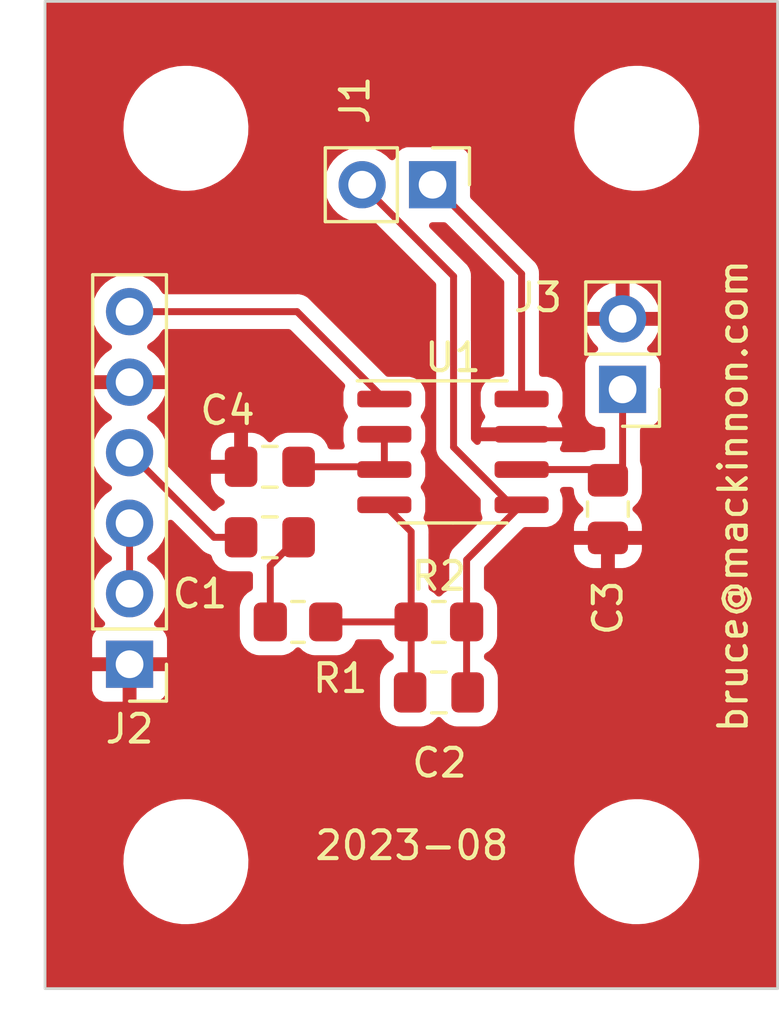
<source format=kicad_pcb>
(kicad_pcb (version 20221018) (generator pcbnew)
  (layers (0 "F.Cu" signal) (31 "B.Cu" signal) (34 "B.Paste" user) (35 "F.Paste" user) (36 "B.SilkS" user "B.Silkscreen") (37 "F.SilkS" user "F.Silkscreen") (38 "B.Mask" user) (39 "F.Mask" user) (44 "Edge.Cuts" user))
  (net 0 "")
  (net 1 "Net-(J2-Pin_4)")
  (net 2 "Net-(C1-Pad2)")
  (net 3 "Net-(J1-Pin_2)")
  (net 4 "Net-(U1--IN)")
  (net 5 "GND")
  (net 6 "Net-(U1-+IN)")
  (net 7 "Net-(J1-Pin_1)")
  (net 8 "Net-(J2-Pin_2)")
  (net 9 "Net-(J2-Pin_6)")
  (net 10 "VDD")
  (footprint "Resistor_SMD:R_0805_2012Metric_Pad1.20x1.40mm_HandSolder" (layer "F.Cu") (at 138.6625 103.124)
    (fp_text reference "R1" (at 1.524 2.032) (layer "F.SilkS"))
    (fp_text value "R")
    (fp_line (start -0.227064 -0.735) (end 0.227064 -0.735) (stroke (width 0.12)) (layer "F.SilkS"))
    (fp_line (start -0.227064 0.735) (end 0.227064 0.735) (stroke (width 0.12)) (layer "F.SilkS"))
    (pad "1" smd roundrect (at -1 0) (size 1.2 1.4) (layers "F.Cu" "F.Paste" "F.Mask") (roundrect_rratio 0.208333) (net 2 "Net-(C1-Pad2)"))
    (pad "2" smd roundrect (at 1 0) (size 1.2 1.4) (layers "F.Cu" "F.Paste" "F.Mask") (roundrect_rratio 0.208333) (net 4 "Net-(U1--IN)"))
  )
  (footprint "Connector_PinHeader_2.54mm:PinHeader_1x02_P2.54mm_Vertical" (layer "F.Cu") (at 143.515 87.376 -90)
    (fp_text reference "J1" (at -3.048 2.799 90) (layer "F.SilkS"))
    (fp_text value "Conn_01x02")
    (fp_line (start -1.33 -1.33) (end 0 -1.33) (stroke (width 0.12)) (layer "F.SilkS"))
    (fp_line (start -1.33 0) (end -1.33 -1.33) (stroke (width 0.12)) (layer "F.SilkS"))
    (fp_line (start -1.33 1.27) (end -1.33 3.87) (stroke (width 0.12)) (layer "F.SilkS"))
    (fp_line (start -1.33 1.27) (end 1.33 1.27) (stroke (width 0.12)) (layer "F.SilkS"))
    (fp_line (start -1.33 3.87) (end 1.33 3.87) (stroke (width 0.12)) (layer "F.SilkS"))
    (fp_line (start 1.33 1.27) (end 1.33 3.87) (stroke (width 0.12)) (layer "F.SilkS"))
    (pad "1" thru_hole rect (at 0 0 270) (size 1.7 1.7) (drill 1) (layers "*.Cu" "*.Mask") (net 7 "Net-(J1-Pin_1)"))
    (pad "2" thru_hole oval (at 0 2.54 270) (size 1.7 1.7) (drill 1) (layers "*.Cu" "*.Mask") (net 3 "Net-(J1-Pin_2)"))
  )
  (footprint "Capacitor_SMD:C_0805_2012Metric_Pad1.18x1.45mm_HandSolder" (layer "F.Cu") (at 137.6465 97.536 180)
    (fp_text reference "C4" (at 1.524 2.032) (layer "F.SilkS"))
    (fp_text value "C")
    (fp_line (start -0.261252 -0.735) (end 0.261252 -0.735) (stroke (width 0.12)) (layer "F.SilkS"))
    (fp_line (start -0.261252 0.735) (end 0.261252 0.735) (stroke (width 0.12)) (layer "F.SilkS"))
    (pad "1" smd roundrect (at -1.0375 0 180) (size 1.175 1.45) (layers "F.Cu" "F.Paste" "F.Mask") (roundrect_rratio 0.212766) (net 6 "Net-(U1-+IN)"))
    (pad "2" smd roundrect (at 1.0375 0 180) (size 1.175 1.45) (layers "F.Cu" "F.Paste" "F.Mask") (roundrect_rratio 0.212766) (net 5 "GND"))
  )
  (footprint "MountingHole:MountingHole_4mm" (layer "F.Cu") (at 134.62 85.344)
    (fp_text reference "H1" hide)
    (fp_text value "MountingHole")
    (pad "" np_thru_hole circle (at 0 0) (size 4 4) (drill 4) (layers "*.Cu" "*.Mask"))
  )
  (footprint "Resistor_SMD:R_0805_2012Metric_Pad1.20x1.40mm_HandSolder" (layer "F.Cu") (at 143.7425 103.124)
    (fp_text reference "R2" (at 0 -1.65) (layer "F.SilkS"))
    (fp_text value "R")
    (fp_line (start -0.227064 -0.735) (end 0.227064 -0.735) (stroke (width 0.12)) (layer "F.SilkS"))
    (fp_line (start -0.227064 0.735) (end 0.227064 0.735) (stroke (width 0.12)) (layer "F.SilkS"))
    (pad "1" smd roundrect (at -1 0) (size 1.2 1.4) (layers "F.Cu" "F.Paste" "F.Mask") (roundrect_rratio 0.208333) (net 4 "Net-(U1--IN)"))
    (pad "2" smd roundrect (at 1 0) (size 1.2 1.4) (layers "F.Cu" "F.Paste" "F.Mask") (roundrect_rratio 0.208333) (net 3 "Net-(J1-Pin_2)"))
  )
  (footprint "MountingHole:MountingHole_4mm" (layer "F.Cu") (at 134.62 111.76)
    (fp_text reference "H2" hide)
    (fp_text value "MountingHole")
    (pad "" np_thru_hole circle (at 0 0) (size 4 4) (drill 4) (layers "*.Cu" "*.Mask"))
  )
  (footprint "Connector_PinHeader_2.54mm:PinHeader_1x06_P2.54mm_Vertical" (layer "F.Cu") (at 132.588 104.648 180)
    (fp_text reference "J2" (at 0 -2.33) (layer "F.SilkS"))
    (fp_text value "Conn_01x06")
    (fp_line (start -1.33 -1.33) (end 0 -1.33) (stroke (width 0.12)) (layer "F.SilkS"))
    (fp_line (start -1.33 0) (end -1.33 -1.33) (stroke (width 0.12)) (layer "F.SilkS"))
    (fp_line (start -1.33 1.27) (end -1.33 14.03) (stroke (width 0.12)) (layer "F.SilkS"))
    (fp_line (start -1.33 1.27) (end 1.33 1.27) (stroke (width 0.12)) (layer "F.SilkS"))
    (fp_line (start -1.33 14.03) (end 1.33 14.03) (stroke (width 0.12)) (layer "F.SilkS"))
    (fp_line (start 1.33 1.27) (end 1.33 14.03) (stroke (width 0.12)) (layer "F.SilkS"))
    (pad "1" thru_hole rect (at 0 0 180) (size 1.7 1.7) (drill 1) (layers "*.Cu" "*.Mask") (net 5 "GND"))
    (pad "2" thru_hole oval (at 0 2.54 180) (size 1.7 1.7) (drill 1) (layers "*.Cu" "*.Mask") (net 8 "Net-(J2-Pin_2)"))
    (pad "3" thru_hole oval (at 0 5.08 180) (size 1.7 1.7) (drill 1) (layers "*.Cu" "*.Mask") (net 8 "Net-(J2-Pin_2)"))
    (pad "4" thru_hole oval (at 0 7.62 180) (size 1.7 1.7) (drill 1) (layers "*.Cu" "*.Mask") (net 1 "Net-(J2-Pin_4)"))
    (pad "5" thru_hole oval (at 0 10.16 180) (size 1.7 1.7) (drill 1) (layers "*.Cu" "*.Mask") (net 5 "GND"))
    (pad "6" thru_hole oval (at 0 12.7 180) (size 1.7 1.7) (drill 1) (layers "*.Cu" "*.Mask") (net 9 "Net-(J2-Pin_6)"))
  )
  (footprint "Capacitor_SMD:C_0805_2012Metric_Pad1.18x1.45mm_HandSolder" (layer "F.Cu") (at 143.7425 105.664 180)
    (fp_text reference "C2" (at -0.0215 -2.54) (layer "F.SilkS"))
    (fp_text value "C")
    (fp_line (start -0.261252 -0.735) (end 0.261252 -0.735) (stroke (width 0.12)) (layer "F.SilkS"))
    (fp_line (start -0.261252 0.735) (end 0.261252 0.735) (stroke (width 0.12)) (layer "F.SilkS"))
    (pad "1" smd roundrect (at -1.0375 0 180) (size 1.175 1.45) (layers "F.Cu" "F.Paste" "F.Mask") (roundrect_rratio 0.212766) (net 3 "Net-(J1-Pin_2)"))
    (pad "2" smd roundrect (at 1.0375 0 180) (size 1.175 1.45) (layers "F.Cu" "F.Paste" "F.Mask") (roundrect_rratio 0.212766) (net 4 "Net-(U1--IN)"))
  )
  (footprint "Capacitor_SMD:C_0805_2012Metric_Pad1.18x1.45mm_HandSolder" (layer "F.Cu") (at 137.6465 100.076)
    (fp_text reference "C1" (at -2.5185 2.032) (layer "F.SilkS"))
    (fp_text value "C")
    (fp_line (start -0.261252 -0.735) (end 0.261252 -0.735) (stroke (width 0.12)) (layer "F.SilkS"))
    (fp_line (start -0.261252 0.735) (end 0.261252 0.735) (stroke (width 0.12)) (layer "F.SilkS"))
    (pad "1" smd roundrect (at -1.0375 0) (size 1.175 1.45) (layers "F.Cu" "F.Paste" "F.Mask") (roundrect_rratio 0.212766) (net 1 "Net-(J2-Pin_4)"))
    (pad "2" smd roundrect (at 1.0375 0) (size 1.175 1.45) (layers "F.Cu" "F.Paste" "F.Mask") (roundrect_rratio 0.212766) (net 2 "Net-(C1-Pad2)"))
  )
  (footprint "MountingHole:MountingHole_4mm" (layer "F.Cu") (at 150.876 85.344)
    (fp_text reference "H3" hide)
    (fp_text value "MountingHole")
    (pad "" np_thru_hole circle (at 0 0) (size 4 4) (drill 4) (layers "*.Cu" "*.Mask"))
  )
  (footprint "MountingHole:MountingHole_4mm" (layer "F.Cu") (at 150.876 111.76)
    (fp_text reference "H4" hide)
    (fp_text value "MountingHole")
    (pad "" np_thru_hole circle (at 0 0) (size 4 4) (drill 4) (layers "*.Cu" "*.Mask"))
  )
  (footprint "Connector_PinHeader_2.54mm:PinHeader_1x02_P2.54mm_Vertical" (layer "F.Cu") (at 150.368 94.747 180)
    (fp_text reference "J3" (at 3.048 3.307) (layer "F.SilkS"))
    (fp_text value "Conn_01x02")
    (fp_line (start -1.33 -1.33) (end 0 -1.33) (stroke (width 0.12)) (layer "F.SilkS"))
    (fp_line (start -1.33 0) (end -1.33 -1.33) (stroke (width 0.12)) (layer "F.SilkS"))
    (fp_line (start -1.33 1.27) (end -1.33 3.87) (stroke (width 0.12)) (layer "F.SilkS"))
    (fp_line (start -1.33 1.27) (end 1.33 1.27) (stroke (width 0.12)) (layer "F.SilkS"))
    (fp_line (start -1.33 3.87) (end 1.33 3.87) (stroke (width 0.12)) (layer "F.SilkS"))
    (fp_line (start 1.33 1.27) (end 1.33 3.87) (stroke (width 0.12)) (layer "F.SilkS"))
    (pad "1" thru_hole rect (at 0 0 180) (size 1.7 1.7) (drill 1) (layers "*.Cu" "*.Mask") (net 10 "VDD"))
    (pad "2" thru_hole oval (at 0 2.54 180) (size 1.7 1.7) (drill 1) (layers "*.Cu" "*.Mask") (net 5 "GND"))
  )
  (footprint "Capacitor_SMD:C_0805_2012Metric_Pad1.18x1.45mm_HandSolder" (layer "F.Cu") (at 149.8385 99.06 -90)
    (fp_text reference "C3" (at 3.556 0 90) (layer "F.SilkS"))
    (fp_text value "C")
    (fp_line (start -0.261252 -0.735) (end 0.261252 -0.735) (stroke (width 0.12)) (layer "F.SilkS"))
    (fp_line (start -0.261252 0.735) (end 0.261252 0.735) (stroke (width 0.12)) (layer "F.SilkS"))
    (pad "1" smd roundrect (at -1.0375 0 270) (size 1.175 1.45) (layers "F.Cu" "F.Paste" "F.Mask") (roundrect_rratio 0.212766) (net 10 "VDD"))
    (pad "2" smd roundrect (at 1.0375 0 270) (size 1.175 1.45) (layers "F.Cu" "F.Paste" "F.Mask") (roundrect_rratio 0.212766) (net 5 "GND"))
  )
  (footprint "Package_SO:SOIC-8_3.9x4.9mm_P1.27mm" (layer "F.Cu") (at 144.2505 97)
    (fp_text reference "U1" (at 0 -3.4) (layer "F.SilkS"))
    (fp_text value "~")
    (fp_line (start 0 -2.56) (end -3.45 -2.56) (stroke (width 0.12)) (layer "F.SilkS"))
    (fp_line (start 0 -2.56) (end 1.95 -2.56) (stroke (width 0.12)) (layer "F.SilkS"))
    (fp_line (start 0 2.56) (end -1.95 2.56) (stroke (width 0.12)) (layer "F.SilkS"))
    (fp_line (start 0 2.56) (end 1.95 2.56) (stroke (width 0.12)) (layer "F.SilkS"))
    (pad "1" smd roundrect (at -2.475 -1.905) (size 1.95 0.6) (layers "F.Cu" "F.Paste" "F.Mask") (net 9 "Net-(J2-Pin_6)"))
    (pad "2" smd roundrect (at -2.475 -0.635) (size 1.95 0.6) (layers "F.Cu" "F.Paste" "F.Mask") (net 6 "Net-(U1-+IN)"))
    (pad "3" smd roundrect (at -2.475 0.635) (size 1.95 0.6) (layers "F.Cu" "F.Paste" "F.Mask") (net 6 "Net-(U1-+IN)"))
    (pad "4" smd roundrect (at -2.475 1.905) (size 1.95 0.6) (layers "F.Cu" "F.Paste" "F.Mask") (net 4 "Net-(U1--IN)"))
    (pad "5" smd roundrect (at 2.475 1.905) (size 1.95 0.6) (layers "F.Cu" "F.Paste" "F.Mask") (net 3 "Net-(J1-Pin_2)"))
    (pad "6" smd roundrect (at 2.475 0.635) (size 1.95 0.6) (layers "F.Cu" "F.Paste" "F.Mask") (net 10 "VDD"))
    (pad "7" smd roundrect (at 2.475 -0.635) (size 1.95 0.6) (layers "F.Cu" "F.Paste" "F.Mask") (net 5 "GND"))
    (pad "8" smd roundrect (at 2.475 -1.905) (size 1.95 0.6) (layers "F.Cu" "F.Paste" "F.Mask") (net 7 "Net-(J1-Pin_1)"))
  )
  (gr_rect (start 129.54 80.772) (end 155.956 116.332) (stroke (width 0.1)) (fill none) (layer "Edge.Cuts"))
  (gr_text "bruce@mackinnon.com" (at 154.94 107.188 90) (layer "F.SilkS") (effects (font (size 1 1)) (justify left bottom)))
  (gr_text "2023-08" (at 139.192 111.76) (layer "F.SilkS") (effects (font (size 1 1)) (justify left bottom)))
  (segment (start 132.588 97.028) (end 135.636 100.076) (width 0.25) (layer "F.Cu") (net 1))
  (segment (start 135.636 100.076) (end 136.609 100.076) (width 0.25) (layer "F.Cu") (net 1))
  (segment (start 137.6625 101.0975) (end 137.6625 103.124) (width 0.25) (layer "F.Cu") (net 2))
  (segment (start 138.684 100.076) (end 137.6625 101.0975) (width 0.25) (layer "F.Cu") (net 2))
  (segment (start 146.348749 98.905) (end 144.272 96.828251) (width 0.25) (layer "F.Cu") (net 3))
  (segment (start 144.272 90.673) (end 140.975 87.376) (width 0.25) (layer "F.Cu") (net 3))
  (segment (start 146.7255 98.905) (end 146.348749 98.905) (width 0.25) (layer "F.Cu") (net 3))
  (segment (start 144.7425 105.6265) (end 144.78 105.664) (width 0.25) (layer "F.Cu") (net 3))
  (segment (start 144.272 96.828251) (end 144.272 90.673) (width 0.25) (layer "F.Cu") (net 3))
  (segment (start 144.7425 103.124) (end 144.7425 100.888) (width 0.25) (layer "F.Cu") (net 3))
  (segment (start 144.7425 100.888) (end 146.7255 98.905) (width 0.25) (layer "F.Cu") (net 3))
  (segment (start 144.7425 103.124) (end 144.7425 105.6265) (width 0.25) (layer "F.Cu") (net 3))
  (segment (start 142.7425 99.872) (end 142.7425 103.124) (width 0.25) (layer "F.Cu") (net 4))
  (segment (start 142.7425 103.124) (end 142.7425 105.6265) (width 0.25) (layer "F.Cu") (net 4))
  (segment (start 141.7755 98.905) (end 142.7425 99.872) (width 0.25) (layer "F.Cu") (net 4))
  (segment (start 139.6625 103.124) (end 142.7425 103.124) (width 0.25) (layer "F.Cu") (net 4))
  (segment (start 142.7425 105.6265) (end 142.705 105.664) (width 0.25) (layer "F.Cu") (net 4))
  (segment (start 138.684 97.536) (end 141.6765 97.536) (width 0.25) (layer "F.Cu") (net 6))
  (segment (start 141.6765 97.536) (end 141.7755 97.635) (width 0.25) (layer "F.Cu") (net 6))
  (segment (start 141.7755 96.365) (end 141.7755 97.635) (width 0.25) (layer "F.Cu") (net 6))
  (segment (start 146.7255 90.5865) (end 146.7255 95.095) (width 0.25) (layer "F.Cu") (net 7))
  (segment (start 143.515 87.376) (end 146.7255 90.5865) (width 0.25) (layer "F.Cu") (net 7))
  (segment (start 132.588 99.568) (end 132.588 102.108) (width 0.25) (layer "F.Cu") (net 8))
  (segment (start 132.588 91.948) (end 138.6285 91.948) (width 0.25) (layer "F.Cu") (net 9))
  (segment (start 138.6285 91.948) (end 141.7755 95.095) (width 0.25) (layer "F.Cu") (net 9))
  (segment (start 146.7255 97.635) (end 149.451 97.635) (width 0.25) (layer "F.Cu") (net 10))
  (segment (start 149.451 97.635) (end 149.8385 98.0225) (width 0.25) (layer "F.Cu") (net 10))
  (segment (start 150.368 97.493) (end 150.368 94.747) (width 0.25) (layer "F.Cu") (net 10))
  (segment (start 149.8385 98.0225) (end 150.368 97.493) (width 0.25) (layer "F.Cu") (net 10))
  (zone (net 5) (net_name "GND") (layer "F.Cu") (connect_pads (clearance 0.5)) (min_thickness 0.25) (fill yes (thermal_gap 0.5) (thermal_bridge_width 0.5))
    (polygon (pts (xy 129.54 80.772) (xy 129.54 116.332) (xy 155.956 116.332) (xy 155.956 80.772)))
  )
)
</source>
